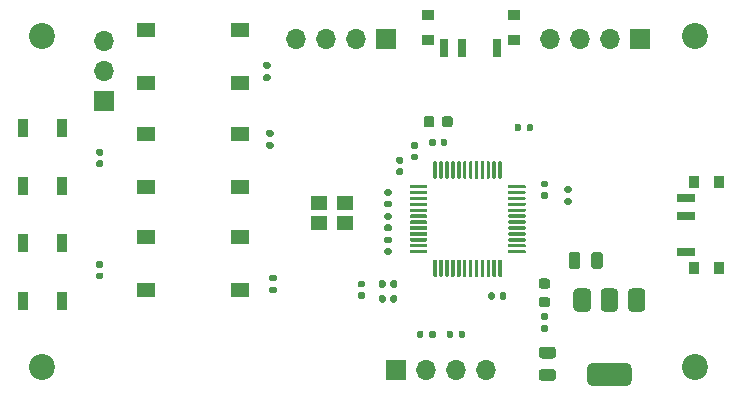
<source format=gbr>
%TF.GenerationSoftware,KiCad,Pcbnew,8.0.2-8.0.2-0~ubuntu22.04.1*%
%TF.CreationDate,2024-05-20T21:53:09+02:00*%
%TF.ProjectId,qclock,71636c6f-636b-42e6-9b69-6361645f7063,rev?*%
%TF.SameCoordinates,Original*%
%TF.FileFunction,Soldermask,Top*%
%TF.FilePolarity,Negative*%
%FSLAX46Y46*%
G04 Gerber Fmt 4.6, Leading zero omitted, Abs format (unit mm)*
G04 Created by KiCad (PCBNEW 8.0.2-8.0.2-0~ubuntu22.04.1) date 2024-05-20 21:53:09*
%MOMM*%
%LPD*%
G01*
G04 APERTURE LIST*
%ADD10R,1.498600X0.711200*%
%ADD11R,0.812800X0.990600*%
%ADD12C,2.200000*%
%ADD13R,1.700000X1.700000*%
%ADD14O,1.700000X1.700000*%
%ADD15R,0.711200X1.498600*%
%ADD16R,0.990600X0.812800*%
%ADD17R,1.550000X1.300000*%
%ADD18R,1.400000X1.200000*%
%ADD19R,0.900000X1.500000*%
G04 APERTURE END LIST*
D10*
%TO.C,J3*%
X170004600Y-90250003D03*
X170004600Y-87250000D03*
X170004600Y-85750000D03*
D11*
X170704601Y-91650000D03*
X170704601Y-84350000D03*
X172804599Y-91649980D03*
X172804599Y-84350020D03*
%TD*%
D12*
%TO.C,H2*%
X170750000Y-72000000D03*
%TD*%
%TO.C,U2*%
G36*
G01*
X165425000Y-93350000D02*
X166175000Y-93350000D01*
G75*
G02*
X166550000Y-93725000I0J-375000D01*
G01*
X166550000Y-94975000D01*
G75*
G02*
X166175000Y-95350000I-375000J0D01*
G01*
X165425000Y-95350000D01*
G75*
G02*
X165050000Y-94975000I0J375000D01*
G01*
X165050000Y-93725000D01*
G75*
G02*
X165425000Y-93350000I375000J0D01*
G01*
G37*
G36*
G01*
X163125000Y-93350000D02*
X163875000Y-93350000D01*
G75*
G02*
X164250000Y-93725000I0J-375000D01*
G01*
X164250000Y-94975000D01*
G75*
G02*
X163875000Y-95350000I-375000J0D01*
G01*
X163125000Y-95350000D01*
G75*
G02*
X162750000Y-94975000I0J375000D01*
G01*
X162750000Y-93725000D01*
G75*
G02*
X163125000Y-93350000I375000J0D01*
G01*
G37*
G36*
G01*
X162100000Y-99650000D02*
X164900000Y-99650000D01*
G75*
G02*
X165400000Y-100150000I0J-500000D01*
G01*
X165400000Y-101150000D01*
G75*
G02*
X164900000Y-101650000I-500000J0D01*
G01*
X162100000Y-101650000D01*
G75*
G02*
X161600000Y-101150000I0J500000D01*
G01*
X161600000Y-100150000D01*
G75*
G02*
X162100000Y-99650000I500000J0D01*
G01*
G37*
G36*
G01*
X160825000Y-93350000D02*
X161575000Y-93350000D01*
G75*
G02*
X161950000Y-93725000I0J-375000D01*
G01*
X161950000Y-94975000D01*
G75*
G02*
X161575000Y-95350000I-375000J0D01*
G01*
X160825000Y-95350000D01*
G75*
G02*
X160450000Y-94975000I0J375000D01*
G01*
X160450000Y-93725000D01*
G75*
G02*
X160825000Y-93350000I375000J0D01*
G01*
G37*
%TD*%
%TO.C,R1*%
G36*
G01*
X155470000Y-79935000D02*
X155470000Y-79565000D01*
G75*
G02*
X155605000Y-79430000I135000J0D01*
G01*
X155875000Y-79430000D01*
G75*
G02*
X156010000Y-79565000I0J-135000D01*
G01*
X156010000Y-79935000D01*
G75*
G02*
X155875000Y-80070000I-135000J0D01*
G01*
X155605000Y-80070000D01*
G75*
G02*
X155470000Y-79935000I0J135000D01*
G01*
G37*
G36*
G01*
X156490000Y-79935000D02*
X156490000Y-79565000D01*
G75*
G02*
X156625000Y-79430000I135000J0D01*
G01*
X156895000Y-79430000D01*
G75*
G02*
X157030000Y-79565000I0J-135000D01*
G01*
X157030000Y-79935000D01*
G75*
G02*
X156895000Y-80070000I-135000J0D01*
G01*
X156625000Y-80070000D01*
G75*
G02*
X156490000Y-79935000I0J135000D01*
G01*
G37*
%TD*%
%TO.C,C3*%
G36*
G01*
X145920000Y-83760000D02*
X145580000Y-83760000D01*
G75*
G02*
X145440000Y-83620000I0J140000D01*
G01*
X145440000Y-83340000D01*
G75*
G02*
X145580000Y-83200000I140000J0D01*
G01*
X145920000Y-83200000D01*
G75*
G02*
X146060000Y-83340000I0J-140000D01*
G01*
X146060000Y-83620000D01*
G75*
G02*
X145920000Y-83760000I-140000J0D01*
G01*
G37*
G36*
G01*
X145920000Y-82800000D02*
X145580000Y-82800000D01*
G75*
G02*
X145440000Y-82660000I0J140000D01*
G01*
X145440000Y-82380000D01*
G75*
G02*
X145580000Y-82240000I140000J0D01*
G01*
X145920000Y-82240000D01*
G75*
G02*
X146060000Y-82380000I0J-140000D01*
G01*
X146060000Y-82660000D01*
G75*
G02*
X145920000Y-82800000I-140000J0D01*
G01*
G37*
%TD*%
%TO.C,R5*%
G36*
G01*
X160185000Y-86280000D02*
X159815000Y-86280000D01*
G75*
G02*
X159680000Y-86145000I0J135000D01*
G01*
X159680000Y-85875000D01*
G75*
G02*
X159815000Y-85740000I135000J0D01*
G01*
X160185000Y-85740000D01*
G75*
G02*
X160320000Y-85875000I0J-135000D01*
G01*
X160320000Y-86145000D01*
G75*
G02*
X160185000Y-86280000I-135000J0D01*
G01*
G37*
G36*
G01*
X160185000Y-85260000D02*
X159815000Y-85260000D01*
G75*
G02*
X159680000Y-85125000I0J135000D01*
G01*
X159680000Y-84855000D01*
G75*
G02*
X159815000Y-84720000I135000J0D01*
G01*
X160185000Y-84720000D01*
G75*
G02*
X160320000Y-84855000I0J-135000D01*
G01*
X160320000Y-85125000D01*
G75*
G02*
X160185000Y-85260000I-135000J0D01*
G01*
G37*
%TD*%
%TO.C,C6*%
G36*
G01*
X144580000Y-86990000D02*
X144920000Y-86990000D01*
G75*
G02*
X145060000Y-87130000I0J-140000D01*
G01*
X145060000Y-87410000D01*
G75*
G02*
X144920000Y-87550000I-140000J0D01*
G01*
X144580000Y-87550000D01*
G75*
G02*
X144440000Y-87410000I0J140000D01*
G01*
X144440000Y-87130000D01*
G75*
G02*
X144580000Y-86990000I140000J0D01*
G01*
G37*
G36*
G01*
X144580000Y-87950000D02*
X144920000Y-87950000D01*
G75*
G02*
X145060000Y-88090000I0J-140000D01*
G01*
X145060000Y-88370000D01*
G75*
G02*
X144920000Y-88510000I-140000J0D01*
G01*
X144580000Y-88510000D01*
G75*
G02*
X144440000Y-88370000I0J140000D01*
G01*
X144440000Y-88090000D01*
G75*
G02*
X144580000Y-87950000I140000J0D01*
G01*
G37*
%TD*%
%TO.C,C1*%
G36*
G01*
X144920000Y-86490000D02*
X144580000Y-86490000D01*
G75*
G02*
X144440000Y-86350000I0J140000D01*
G01*
X144440000Y-86070000D01*
G75*
G02*
X144580000Y-85930000I140000J0D01*
G01*
X144920000Y-85930000D01*
G75*
G02*
X145060000Y-86070000I0J-140000D01*
G01*
X145060000Y-86350000D01*
G75*
G02*
X144920000Y-86490000I-140000J0D01*
G01*
G37*
G36*
G01*
X144920000Y-85530000D02*
X144580000Y-85530000D01*
G75*
G02*
X144440000Y-85390000I0J140000D01*
G01*
X144440000Y-85110000D01*
G75*
G02*
X144580000Y-84970000I140000J0D01*
G01*
X144920000Y-84970000D01*
G75*
G02*
X145060000Y-85110000I0J-140000D01*
G01*
X145060000Y-85390000D01*
G75*
G02*
X144920000Y-85530000I-140000J0D01*
G01*
G37*
%TD*%
%TO.C,R2*%
G36*
G01*
X135185000Y-93780000D02*
X134815000Y-93780000D01*
G75*
G02*
X134680000Y-93645000I0J135000D01*
G01*
X134680000Y-93375000D01*
G75*
G02*
X134815000Y-93240000I135000J0D01*
G01*
X135185000Y-93240000D01*
G75*
G02*
X135320000Y-93375000I0J-135000D01*
G01*
X135320000Y-93645000D01*
G75*
G02*
X135185000Y-93780000I-135000J0D01*
G01*
G37*
G36*
G01*
X135185000Y-92760000D02*
X134815000Y-92760000D01*
G75*
G02*
X134680000Y-92625000I0J135000D01*
G01*
X134680000Y-92355000D01*
G75*
G02*
X134815000Y-92220000I135000J0D01*
G01*
X135185000Y-92220000D01*
G75*
G02*
X135320000Y-92355000I0J-135000D01*
G01*
X135320000Y-92625000D01*
G75*
G02*
X135185000Y-92760000I-135000J0D01*
G01*
G37*
%TD*%
%TO.C,C14*%
G36*
G01*
X120180000Y-81560000D02*
X120520000Y-81560000D01*
G75*
G02*
X120660000Y-81700000I0J-140000D01*
G01*
X120660000Y-81980000D01*
G75*
G02*
X120520000Y-82120000I-140000J0D01*
G01*
X120180000Y-82120000D01*
G75*
G02*
X120040000Y-81980000I0J140000D01*
G01*
X120040000Y-81700000D01*
G75*
G02*
X120180000Y-81560000I140000J0D01*
G01*
G37*
G36*
G01*
X120180000Y-82520000D02*
X120520000Y-82520000D01*
G75*
G02*
X120660000Y-82660000I0J-140000D01*
G01*
X120660000Y-82940000D01*
G75*
G02*
X120520000Y-83080000I-140000J0D01*
G01*
X120180000Y-83080000D01*
G75*
G02*
X120040000Y-82940000I0J140000D01*
G01*
X120040000Y-82660000D01*
G75*
G02*
X120180000Y-82520000I140000J0D01*
G01*
G37*
%TD*%
D13*
%TO.C,J1*%
X144620000Y-72250000D03*
D14*
X142080000Y-72250000D03*
X139540000Y-72250000D03*
X137000000Y-72250000D03*
%TD*%
%TO.C,U1*%
G36*
G01*
X146600000Y-84825000D02*
X146600000Y-84675000D01*
G75*
G02*
X146675000Y-84600000I75000J0D01*
G01*
X148000000Y-84600000D01*
G75*
G02*
X148075000Y-84675000I0J-75000D01*
G01*
X148075000Y-84825000D01*
G75*
G02*
X148000000Y-84900000I-75000J0D01*
G01*
X146675000Y-84900000D01*
G75*
G02*
X146600000Y-84825000I0J75000D01*
G01*
G37*
G36*
G01*
X146600000Y-85325000D02*
X146600000Y-85175000D01*
G75*
G02*
X146675000Y-85100000I75000J0D01*
G01*
X148000000Y-85100000D01*
G75*
G02*
X148075000Y-85175000I0J-75000D01*
G01*
X148075000Y-85325000D01*
G75*
G02*
X148000000Y-85400000I-75000J0D01*
G01*
X146675000Y-85400000D01*
G75*
G02*
X146600000Y-85325000I0J75000D01*
G01*
G37*
G36*
G01*
X146600000Y-85825000D02*
X146600000Y-85675000D01*
G75*
G02*
X146675000Y-85600000I75000J0D01*
G01*
X148000000Y-85600000D01*
G75*
G02*
X148075000Y-85675000I0J-75000D01*
G01*
X148075000Y-85825000D01*
G75*
G02*
X148000000Y-85900000I-75000J0D01*
G01*
X146675000Y-85900000D01*
G75*
G02*
X146600000Y-85825000I0J75000D01*
G01*
G37*
G36*
G01*
X146600000Y-86325000D02*
X146600000Y-86175000D01*
G75*
G02*
X146675000Y-86100000I75000J0D01*
G01*
X148000000Y-86100000D01*
G75*
G02*
X148075000Y-86175000I0J-75000D01*
G01*
X148075000Y-86325000D01*
G75*
G02*
X148000000Y-86400000I-75000J0D01*
G01*
X146675000Y-86400000D01*
G75*
G02*
X146600000Y-86325000I0J75000D01*
G01*
G37*
G36*
G01*
X146600000Y-86825000D02*
X146600000Y-86675000D01*
G75*
G02*
X146675000Y-86600000I75000J0D01*
G01*
X148000000Y-86600000D01*
G75*
G02*
X148075000Y-86675000I0J-75000D01*
G01*
X148075000Y-86825000D01*
G75*
G02*
X148000000Y-86900000I-75000J0D01*
G01*
X146675000Y-86900000D01*
G75*
G02*
X146600000Y-86825000I0J75000D01*
G01*
G37*
G36*
G01*
X146600000Y-87325000D02*
X146600000Y-87175000D01*
G75*
G02*
X146675000Y-87100000I75000J0D01*
G01*
X148000000Y-87100000D01*
G75*
G02*
X148075000Y-87175000I0J-75000D01*
G01*
X148075000Y-87325000D01*
G75*
G02*
X148000000Y-87400000I-75000J0D01*
G01*
X146675000Y-87400000D01*
G75*
G02*
X146600000Y-87325000I0J75000D01*
G01*
G37*
G36*
G01*
X146600000Y-87825000D02*
X146600000Y-87675000D01*
G75*
G02*
X146675000Y-87600000I75000J0D01*
G01*
X148000000Y-87600000D01*
G75*
G02*
X148075000Y-87675000I0J-75000D01*
G01*
X148075000Y-87825000D01*
G75*
G02*
X148000000Y-87900000I-75000J0D01*
G01*
X146675000Y-87900000D01*
G75*
G02*
X146600000Y-87825000I0J75000D01*
G01*
G37*
G36*
G01*
X146600000Y-88325000D02*
X146600000Y-88175000D01*
G75*
G02*
X146675000Y-88100000I75000J0D01*
G01*
X148000000Y-88100000D01*
G75*
G02*
X148075000Y-88175000I0J-75000D01*
G01*
X148075000Y-88325000D01*
G75*
G02*
X148000000Y-88400000I-75000J0D01*
G01*
X146675000Y-88400000D01*
G75*
G02*
X146600000Y-88325000I0J75000D01*
G01*
G37*
G36*
G01*
X146600000Y-88825000D02*
X146600000Y-88675000D01*
G75*
G02*
X146675000Y-88600000I75000J0D01*
G01*
X148000000Y-88600000D01*
G75*
G02*
X148075000Y-88675000I0J-75000D01*
G01*
X148075000Y-88825000D01*
G75*
G02*
X148000000Y-88900000I-75000J0D01*
G01*
X146675000Y-88900000D01*
G75*
G02*
X146600000Y-88825000I0J75000D01*
G01*
G37*
G36*
G01*
X146600000Y-89325000D02*
X146600000Y-89175000D01*
G75*
G02*
X146675000Y-89100000I75000J0D01*
G01*
X148000000Y-89100000D01*
G75*
G02*
X148075000Y-89175000I0J-75000D01*
G01*
X148075000Y-89325000D01*
G75*
G02*
X148000000Y-89400000I-75000J0D01*
G01*
X146675000Y-89400000D01*
G75*
G02*
X146600000Y-89325000I0J75000D01*
G01*
G37*
G36*
G01*
X146600000Y-89825000D02*
X146600000Y-89675000D01*
G75*
G02*
X146675000Y-89600000I75000J0D01*
G01*
X148000000Y-89600000D01*
G75*
G02*
X148075000Y-89675000I0J-75000D01*
G01*
X148075000Y-89825000D01*
G75*
G02*
X148000000Y-89900000I-75000J0D01*
G01*
X146675000Y-89900000D01*
G75*
G02*
X146600000Y-89825000I0J75000D01*
G01*
G37*
G36*
G01*
X146600000Y-90325000D02*
X146600000Y-90175000D01*
G75*
G02*
X146675000Y-90100000I75000J0D01*
G01*
X148000000Y-90100000D01*
G75*
G02*
X148075000Y-90175000I0J-75000D01*
G01*
X148075000Y-90325000D01*
G75*
G02*
X148000000Y-90400000I-75000J0D01*
G01*
X146675000Y-90400000D01*
G75*
G02*
X146600000Y-90325000I0J75000D01*
G01*
G37*
G36*
G01*
X148600000Y-92325000D02*
X148600000Y-91000000D01*
G75*
G02*
X148675000Y-90925000I75000J0D01*
G01*
X148825000Y-90925000D01*
G75*
G02*
X148900000Y-91000000I0J-75000D01*
G01*
X148900000Y-92325000D01*
G75*
G02*
X148825000Y-92400000I-75000J0D01*
G01*
X148675000Y-92400000D01*
G75*
G02*
X148600000Y-92325000I0J75000D01*
G01*
G37*
G36*
G01*
X149100000Y-92325000D02*
X149100000Y-91000000D01*
G75*
G02*
X149175000Y-90925000I75000J0D01*
G01*
X149325000Y-90925000D01*
G75*
G02*
X149400000Y-91000000I0J-75000D01*
G01*
X149400000Y-92325000D01*
G75*
G02*
X149325000Y-92400000I-75000J0D01*
G01*
X149175000Y-92400000D01*
G75*
G02*
X149100000Y-92325000I0J75000D01*
G01*
G37*
G36*
G01*
X149600000Y-92325000D02*
X149600000Y-91000000D01*
G75*
G02*
X149675000Y-90925000I75000J0D01*
G01*
X149825000Y-90925000D01*
G75*
G02*
X149900000Y-91000000I0J-75000D01*
G01*
X149900000Y-92325000D01*
G75*
G02*
X149825000Y-92400000I-75000J0D01*
G01*
X149675000Y-92400000D01*
G75*
G02*
X149600000Y-92325000I0J75000D01*
G01*
G37*
G36*
G01*
X150100000Y-92325000D02*
X150100000Y-91000000D01*
G75*
G02*
X150175000Y-90925000I75000J0D01*
G01*
X150325000Y-90925000D01*
G75*
G02*
X150400000Y-91000000I0J-75000D01*
G01*
X150400000Y-92325000D01*
G75*
G02*
X150325000Y-92400000I-75000J0D01*
G01*
X150175000Y-92400000D01*
G75*
G02*
X150100000Y-92325000I0J75000D01*
G01*
G37*
G36*
G01*
X150600000Y-92325000D02*
X150600000Y-91000000D01*
G75*
G02*
X150675000Y-90925000I75000J0D01*
G01*
X150825000Y-90925000D01*
G75*
G02*
X150900000Y-91000000I0J-75000D01*
G01*
X150900000Y-92325000D01*
G75*
G02*
X150825000Y-92400000I-75000J0D01*
G01*
X150675000Y-92400000D01*
G75*
G02*
X150600000Y-92325000I0J75000D01*
G01*
G37*
G36*
G01*
X151100000Y-92325000D02*
X151100000Y-91000000D01*
G75*
G02*
X151175000Y-90925000I75000J0D01*
G01*
X151325000Y-90925000D01*
G75*
G02*
X151400000Y-91000000I0J-75000D01*
G01*
X151400000Y-92325000D01*
G75*
G02*
X151325000Y-92400000I-75000J0D01*
G01*
X151175000Y-92400000D01*
G75*
G02*
X151100000Y-92325000I0J75000D01*
G01*
G37*
G36*
G01*
X151600000Y-92325000D02*
X151600000Y-91000000D01*
G75*
G02*
X151675000Y-90925000I75000J0D01*
G01*
X151825000Y-90925000D01*
G75*
G02*
X151900000Y-91000000I0J-75000D01*
G01*
X151900000Y-92325000D01*
G75*
G02*
X151825000Y-92400000I-75000J0D01*
G01*
X151675000Y-92400000D01*
G75*
G02*
X151600000Y-92325000I0J75000D01*
G01*
G37*
G36*
G01*
X152100000Y-92325000D02*
X152100000Y-91000000D01*
G75*
G02*
X152175000Y-90925000I75000J0D01*
G01*
X152325000Y-90925000D01*
G75*
G02*
X152400000Y-91000000I0J-75000D01*
G01*
X152400000Y-92325000D01*
G75*
G02*
X152325000Y-92400000I-75000J0D01*
G01*
X152175000Y-92400000D01*
G75*
G02*
X152100000Y-92325000I0J75000D01*
G01*
G37*
G36*
G01*
X152600000Y-92325000D02*
X152600000Y-91000000D01*
G75*
G02*
X152675000Y-90925000I75000J0D01*
G01*
X152825000Y-90925000D01*
G75*
G02*
X152900000Y-91000000I0J-75000D01*
G01*
X152900000Y-92325000D01*
G75*
G02*
X152825000Y-92400000I-75000J0D01*
G01*
X152675000Y-92400000D01*
G75*
G02*
X152600000Y-92325000I0J75000D01*
G01*
G37*
G36*
G01*
X153100000Y-92325000D02*
X153100000Y-91000000D01*
G75*
G02*
X153175000Y-90925000I75000J0D01*
G01*
X153325000Y-90925000D01*
G75*
G02*
X153400000Y-91000000I0J-75000D01*
G01*
X153400000Y-92325000D01*
G75*
G02*
X153325000Y-92400000I-75000J0D01*
G01*
X153175000Y-92400000D01*
G75*
G02*
X153100000Y-92325000I0J75000D01*
G01*
G37*
G36*
G01*
X153600000Y-92325000D02*
X153600000Y-91000000D01*
G75*
G02*
X153675000Y-90925000I75000J0D01*
G01*
X153825000Y-90925000D01*
G75*
G02*
X153900000Y-91000000I0J-75000D01*
G01*
X153900000Y-92325000D01*
G75*
G02*
X153825000Y-92400000I-75000J0D01*
G01*
X153675000Y-92400000D01*
G75*
G02*
X153600000Y-92325000I0J75000D01*
G01*
G37*
G36*
G01*
X154100000Y-92325000D02*
X154100000Y-91000000D01*
G75*
G02*
X154175000Y-90925000I75000J0D01*
G01*
X154325000Y-90925000D01*
G75*
G02*
X154400000Y-91000000I0J-75000D01*
G01*
X154400000Y-92325000D01*
G75*
G02*
X154325000Y-92400000I-75000J0D01*
G01*
X154175000Y-92400000D01*
G75*
G02*
X154100000Y-92325000I0J75000D01*
G01*
G37*
G36*
G01*
X154925000Y-90325000D02*
X154925000Y-90175000D01*
G75*
G02*
X155000000Y-90100000I75000J0D01*
G01*
X156325000Y-90100000D01*
G75*
G02*
X156400000Y-90175000I0J-75000D01*
G01*
X156400000Y-90325000D01*
G75*
G02*
X156325000Y-90400000I-75000J0D01*
G01*
X155000000Y-90400000D01*
G75*
G02*
X154925000Y-90325000I0J75000D01*
G01*
G37*
G36*
G01*
X154925000Y-89825000D02*
X154925000Y-89675000D01*
G75*
G02*
X155000000Y-89600000I75000J0D01*
G01*
X156325000Y-89600000D01*
G75*
G02*
X156400000Y-89675000I0J-75000D01*
G01*
X156400000Y-89825000D01*
G75*
G02*
X156325000Y-89900000I-75000J0D01*
G01*
X155000000Y-89900000D01*
G75*
G02*
X154925000Y-89825000I0J75000D01*
G01*
G37*
G36*
G01*
X154925000Y-89325000D02*
X154925000Y-89175000D01*
G75*
G02*
X155000000Y-89100000I75000J0D01*
G01*
X156325000Y-89100000D01*
G75*
G02*
X156400000Y-89175000I0J-75000D01*
G01*
X156400000Y-89325000D01*
G75*
G02*
X156325000Y-89400000I-75000J0D01*
G01*
X155000000Y-89400000D01*
G75*
G02*
X154925000Y-89325000I0J75000D01*
G01*
G37*
G36*
G01*
X154925000Y-88825000D02*
X154925000Y-88675000D01*
G75*
G02*
X155000000Y-88600000I75000J0D01*
G01*
X156325000Y-88600000D01*
G75*
G02*
X156400000Y-88675000I0J-75000D01*
G01*
X156400000Y-88825000D01*
G75*
G02*
X156325000Y-88900000I-75000J0D01*
G01*
X155000000Y-88900000D01*
G75*
G02*
X154925000Y-88825000I0J75000D01*
G01*
G37*
G36*
G01*
X154925000Y-88325000D02*
X154925000Y-88175000D01*
G75*
G02*
X155000000Y-88100000I75000J0D01*
G01*
X156325000Y-88100000D01*
G75*
G02*
X156400000Y-88175000I0J-75000D01*
G01*
X156400000Y-88325000D01*
G75*
G02*
X156325000Y-88400000I-75000J0D01*
G01*
X155000000Y-88400000D01*
G75*
G02*
X154925000Y-88325000I0J75000D01*
G01*
G37*
G36*
G01*
X154925000Y-87825000D02*
X154925000Y-87675000D01*
G75*
G02*
X155000000Y-87600000I75000J0D01*
G01*
X156325000Y-87600000D01*
G75*
G02*
X156400000Y-87675000I0J-75000D01*
G01*
X156400000Y-87825000D01*
G75*
G02*
X156325000Y-87900000I-75000J0D01*
G01*
X155000000Y-87900000D01*
G75*
G02*
X154925000Y-87825000I0J75000D01*
G01*
G37*
G36*
G01*
X154925000Y-87325000D02*
X154925000Y-87175000D01*
G75*
G02*
X155000000Y-87100000I75000J0D01*
G01*
X156325000Y-87100000D01*
G75*
G02*
X156400000Y-87175000I0J-75000D01*
G01*
X156400000Y-87325000D01*
G75*
G02*
X156325000Y-87400000I-75000J0D01*
G01*
X155000000Y-87400000D01*
G75*
G02*
X154925000Y-87325000I0J75000D01*
G01*
G37*
G36*
G01*
X154925000Y-86825000D02*
X154925000Y-86675000D01*
G75*
G02*
X155000000Y-86600000I75000J0D01*
G01*
X156325000Y-86600000D01*
G75*
G02*
X156400000Y-86675000I0J-75000D01*
G01*
X156400000Y-86825000D01*
G75*
G02*
X156325000Y-86900000I-75000J0D01*
G01*
X155000000Y-86900000D01*
G75*
G02*
X154925000Y-86825000I0J75000D01*
G01*
G37*
G36*
G01*
X154925000Y-86325000D02*
X154925000Y-86175000D01*
G75*
G02*
X155000000Y-86100000I75000J0D01*
G01*
X156325000Y-86100000D01*
G75*
G02*
X156400000Y-86175000I0J-75000D01*
G01*
X156400000Y-86325000D01*
G75*
G02*
X156325000Y-86400000I-75000J0D01*
G01*
X155000000Y-86400000D01*
G75*
G02*
X154925000Y-86325000I0J75000D01*
G01*
G37*
G36*
G01*
X154925000Y-85825000D02*
X154925000Y-85675000D01*
G75*
G02*
X155000000Y-85600000I75000J0D01*
G01*
X156325000Y-85600000D01*
G75*
G02*
X156400000Y-85675000I0J-75000D01*
G01*
X156400000Y-85825000D01*
G75*
G02*
X156325000Y-85900000I-75000J0D01*
G01*
X155000000Y-85900000D01*
G75*
G02*
X154925000Y-85825000I0J75000D01*
G01*
G37*
G36*
G01*
X154925000Y-85325000D02*
X154925000Y-85175000D01*
G75*
G02*
X155000000Y-85100000I75000J0D01*
G01*
X156325000Y-85100000D01*
G75*
G02*
X156400000Y-85175000I0J-75000D01*
G01*
X156400000Y-85325000D01*
G75*
G02*
X156325000Y-85400000I-75000J0D01*
G01*
X155000000Y-85400000D01*
G75*
G02*
X154925000Y-85325000I0J75000D01*
G01*
G37*
G36*
G01*
X154925000Y-84825000D02*
X154925000Y-84675000D01*
G75*
G02*
X155000000Y-84600000I75000J0D01*
G01*
X156325000Y-84600000D01*
G75*
G02*
X156400000Y-84675000I0J-75000D01*
G01*
X156400000Y-84825000D01*
G75*
G02*
X156325000Y-84900000I-75000J0D01*
G01*
X155000000Y-84900000D01*
G75*
G02*
X154925000Y-84825000I0J75000D01*
G01*
G37*
G36*
G01*
X154100000Y-84000000D02*
X154100000Y-82675000D01*
G75*
G02*
X154175000Y-82600000I75000J0D01*
G01*
X154325000Y-82600000D01*
G75*
G02*
X154400000Y-82675000I0J-75000D01*
G01*
X154400000Y-84000000D01*
G75*
G02*
X154325000Y-84075000I-75000J0D01*
G01*
X154175000Y-84075000D01*
G75*
G02*
X154100000Y-84000000I0J75000D01*
G01*
G37*
G36*
G01*
X153600000Y-84000000D02*
X153600000Y-82675000D01*
G75*
G02*
X153675000Y-82600000I75000J0D01*
G01*
X153825000Y-82600000D01*
G75*
G02*
X153900000Y-82675000I0J-75000D01*
G01*
X153900000Y-84000000D01*
G75*
G02*
X153825000Y-84075000I-75000J0D01*
G01*
X153675000Y-84075000D01*
G75*
G02*
X153600000Y-84000000I0J75000D01*
G01*
G37*
G36*
G01*
X153100000Y-84000000D02*
X153100000Y-82675000D01*
G75*
G02*
X153175000Y-82600000I75000J0D01*
G01*
X153325000Y-82600000D01*
G75*
G02*
X153400000Y-82675000I0J-75000D01*
G01*
X153400000Y-84000000D01*
G75*
G02*
X153325000Y-84075000I-75000J0D01*
G01*
X153175000Y-84075000D01*
G75*
G02*
X153100000Y-84000000I0J75000D01*
G01*
G37*
G36*
G01*
X152600000Y-84000000D02*
X152600000Y-82675000D01*
G75*
G02*
X152675000Y-82600000I75000J0D01*
G01*
X152825000Y-82600000D01*
G75*
G02*
X152900000Y-82675000I0J-75000D01*
G01*
X152900000Y-84000000D01*
G75*
G02*
X152825000Y-84075000I-75000J0D01*
G01*
X152675000Y-84075000D01*
G75*
G02*
X152600000Y-84000000I0J75000D01*
G01*
G37*
G36*
G01*
X152100000Y-84000000D02*
X152100000Y-82675000D01*
G75*
G02*
X152175000Y-82600000I75000J0D01*
G01*
X152325000Y-82600000D01*
G75*
G02*
X152400000Y-82675000I0J-75000D01*
G01*
X152400000Y-84000000D01*
G75*
G02*
X152325000Y-84075000I-75000J0D01*
G01*
X152175000Y-84075000D01*
G75*
G02*
X152100000Y-84000000I0J75000D01*
G01*
G37*
G36*
G01*
X151600000Y-84000000D02*
X151600000Y-82675000D01*
G75*
G02*
X151675000Y-82600000I75000J0D01*
G01*
X151825000Y-82600000D01*
G75*
G02*
X151900000Y-82675000I0J-75000D01*
G01*
X151900000Y-84000000D01*
G75*
G02*
X151825000Y-84075000I-75000J0D01*
G01*
X151675000Y-84075000D01*
G75*
G02*
X151600000Y-84000000I0J75000D01*
G01*
G37*
G36*
G01*
X151100000Y-84000000D02*
X151100000Y-82675000D01*
G75*
G02*
X151175000Y-82600000I75000J0D01*
G01*
X151325000Y-82600000D01*
G75*
G02*
X151400000Y-82675000I0J-75000D01*
G01*
X151400000Y-84000000D01*
G75*
G02*
X151325000Y-84075000I-75000J0D01*
G01*
X151175000Y-84075000D01*
G75*
G02*
X151100000Y-84000000I0J75000D01*
G01*
G37*
G36*
G01*
X150600000Y-84000000D02*
X150600000Y-82675000D01*
G75*
G02*
X150675000Y-82600000I75000J0D01*
G01*
X150825000Y-82600000D01*
G75*
G02*
X150900000Y-82675000I0J-75000D01*
G01*
X150900000Y-84000000D01*
G75*
G02*
X150825000Y-84075000I-75000J0D01*
G01*
X150675000Y-84075000D01*
G75*
G02*
X150600000Y-84000000I0J75000D01*
G01*
G37*
G36*
G01*
X150100000Y-84000000D02*
X150100000Y-82675000D01*
G75*
G02*
X150175000Y-82600000I75000J0D01*
G01*
X150325000Y-82600000D01*
G75*
G02*
X150400000Y-82675000I0J-75000D01*
G01*
X150400000Y-84000000D01*
G75*
G02*
X150325000Y-84075000I-75000J0D01*
G01*
X150175000Y-84075000D01*
G75*
G02*
X150100000Y-84000000I0J75000D01*
G01*
G37*
G36*
G01*
X149600000Y-84000000D02*
X149600000Y-82675000D01*
G75*
G02*
X149675000Y-82600000I75000J0D01*
G01*
X149825000Y-82600000D01*
G75*
G02*
X149900000Y-82675000I0J-75000D01*
G01*
X149900000Y-84000000D01*
G75*
G02*
X149825000Y-84075000I-75000J0D01*
G01*
X149675000Y-84075000D01*
G75*
G02*
X149600000Y-84000000I0J75000D01*
G01*
G37*
G36*
G01*
X149100000Y-84000000D02*
X149100000Y-82675000D01*
G75*
G02*
X149175000Y-82600000I75000J0D01*
G01*
X149325000Y-82600000D01*
G75*
G02*
X149400000Y-82675000I0J-75000D01*
G01*
X149400000Y-84000000D01*
G75*
G02*
X149325000Y-84075000I-75000J0D01*
G01*
X149175000Y-84075000D01*
G75*
G02*
X149100000Y-84000000I0J75000D01*
G01*
G37*
G36*
G01*
X148600000Y-84000000D02*
X148600000Y-82675000D01*
G75*
G02*
X148675000Y-82600000I75000J0D01*
G01*
X148825000Y-82600000D01*
G75*
G02*
X148900000Y-82675000I0J-75000D01*
G01*
X148900000Y-84000000D01*
G75*
G02*
X148825000Y-84075000I-75000J0D01*
G01*
X148675000Y-84075000D01*
G75*
G02*
X148600000Y-84000000I0J75000D01*
G01*
G37*
%TD*%
%TO.C,C7*%
G36*
G01*
X154760000Y-93830000D02*
X154760000Y-94170000D01*
G75*
G02*
X154620000Y-94310000I-140000J0D01*
G01*
X154340000Y-94310000D01*
G75*
G02*
X154200000Y-94170000I0J140000D01*
G01*
X154200000Y-93830000D01*
G75*
G02*
X154340000Y-93690000I140000J0D01*
G01*
X154620000Y-93690000D01*
G75*
G02*
X154760000Y-93830000I0J-140000D01*
G01*
G37*
G36*
G01*
X153800000Y-93830000D02*
X153800000Y-94170000D01*
G75*
G02*
X153660000Y-94310000I-140000J0D01*
G01*
X153380000Y-94310000D01*
G75*
G02*
X153240000Y-94170000I0J140000D01*
G01*
X153240000Y-93830000D01*
G75*
G02*
X153380000Y-93690000I140000J0D01*
G01*
X153660000Y-93690000D01*
G75*
G02*
X153800000Y-93830000I0J-140000D01*
G01*
G37*
%TD*%
%TO.C,R7*%
G36*
G01*
X147220000Y-97435000D02*
X147220000Y-97065000D01*
G75*
G02*
X147355000Y-96930000I135000J0D01*
G01*
X147625000Y-96930000D01*
G75*
G02*
X147760000Y-97065000I0J-135000D01*
G01*
X147760000Y-97435000D01*
G75*
G02*
X147625000Y-97570000I-135000J0D01*
G01*
X147355000Y-97570000D01*
G75*
G02*
X147220000Y-97435000I0J135000D01*
G01*
G37*
G36*
G01*
X148240000Y-97435000D02*
X148240000Y-97065000D01*
G75*
G02*
X148375000Y-96930000I135000J0D01*
G01*
X148645000Y-96930000D01*
G75*
G02*
X148780000Y-97065000I0J-135000D01*
G01*
X148780000Y-97435000D01*
G75*
G02*
X148645000Y-97570000I-135000J0D01*
G01*
X148375000Y-97570000D01*
G75*
G02*
X148240000Y-97435000I0J135000D01*
G01*
G37*
%TD*%
D15*
%TO.C,SW1*%
X154000003Y-72995400D03*
X151000000Y-72995400D03*
X149500000Y-72995400D03*
D16*
X155400000Y-72295399D03*
X148100000Y-72295399D03*
X155399980Y-70195401D03*
X148100020Y-70195401D03*
%TD*%
D12*
%TO.C,H4*%
X115500000Y-100000000D03*
%TD*%
%TO.C,C9*%
G36*
G01*
X144920000Y-90510000D02*
X144580000Y-90510000D01*
G75*
G02*
X144440000Y-90370000I0J140000D01*
G01*
X144440000Y-90090000D01*
G75*
G02*
X144580000Y-89950000I140000J0D01*
G01*
X144920000Y-89950000D01*
G75*
G02*
X145060000Y-90090000I0J-140000D01*
G01*
X145060000Y-90370000D01*
G75*
G02*
X144920000Y-90510000I-140000J0D01*
G01*
G37*
G36*
G01*
X144920000Y-89550000D02*
X144580000Y-89550000D01*
G75*
G02*
X144440000Y-89410000I0J140000D01*
G01*
X144440000Y-89130000D01*
G75*
G02*
X144580000Y-88990000I140000J0D01*
G01*
X144920000Y-88990000D01*
G75*
G02*
X145060000Y-89130000I0J-140000D01*
G01*
X145060000Y-89410000D01*
G75*
G02*
X144920000Y-89550000I-140000J0D01*
G01*
G37*
%TD*%
%TO.C,R4*%
G36*
G01*
X134315000Y-74220000D02*
X134685000Y-74220000D01*
G75*
G02*
X134820000Y-74355000I0J-135000D01*
G01*
X134820000Y-74625000D01*
G75*
G02*
X134685000Y-74760000I-135000J0D01*
G01*
X134315000Y-74760000D01*
G75*
G02*
X134180000Y-74625000I0J135000D01*
G01*
X134180000Y-74355000D01*
G75*
G02*
X134315000Y-74220000I135000J0D01*
G01*
G37*
G36*
G01*
X134315000Y-75240000D02*
X134685000Y-75240000D01*
G75*
G02*
X134820000Y-75375000I0J-135000D01*
G01*
X134820000Y-75645000D01*
G75*
G02*
X134685000Y-75780000I-135000J0D01*
G01*
X134315000Y-75780000D01*
G75*
G02*
X134180000Y-75645000I0J135000D01*
G01*
X134180000Y-75375000D01*
G75*
G02*
X134315000Y-75240000I135000J0D01*
G01*
G37*
%TD*%
D13*
%TO.C,J5*%
X120750000Y-77500000D03*
D14*
X120750000Y-74960000D03*
X120750000Y-72420000D03*
%TD*%
%TO.C,D1*%
G36*
G01*
X158256250Y-94975000D02*
X157743750Y-94975000D01*
G75*
G02*
X157525000Y-94756250I0J218750D01*
G01*
X157525000Y-94318750D01*
G75*
G02*
X157743750Y-94100000I218750J0D01*
G01*
X158256250Y-94100000D01*
G75*
G02*
X158475000Y-94318750I0J-218750D01*
G01*
X158475000Y-94756250D01*
G75*
G02*
X158256250Y-94975000I-218750J0D01*
G01*
G37*
G36*
G01*
X158256250Y-93400000D02*
X157743750Y-93400000D01*
G75*
G02*
X157525000Y-93181250I0J218750D01*
G01*
X157525000Y-92743750D01*
G75*
G02*
X157743750Y-92525000I218750J0D01*
G01*
X158256250Y-92525000D01*
G75*
G02*
X158475000Y-92743750I0J-218750D01*
G01*
X158475000Y-93181250D01*
G75*
G02*
X158256250Y-93400000I-218750J0D01*
G01*
G37*
%TD*%
D17*
%TO.C,SW4*%
X124275000Y-71500000D03*
X132225000Y-71500000D03*
X124275000Y-76000000D03*
X132225000Y-76000000D03*
%TD*%
D12*
%TO.C,H3*%
X115500000Y-72000000D03*
%TD*%
%TO.C,H1*%
X170750000Y-100000000D03*
%TD*%
D18*
%TO.C,Y1*%
X141100000Y-86150000D03*
X138900000Y-86150000D03*
X138900000Y-87850000D03*
X141100000Y-87850000D03*
%TD*%
%TO.C,C10*%
G36*
G01*
X142330000Y-92720000D02*
X142670000Y-92720000D01*
G75*
G02*
X142810000Y-92860000I0J-140000D01*
G01*
X142810000Y-93140000D01*
G75*
G02*
X142670000Y-93280000I-140000J0D01*
G01*
X142330000Y-93280000D01*
G75*
G02*
X142190000Y-93140000I0J140000D01*
G01*
X142190000Y-92860000D01*
G75*
G02*
X142330000Y-92720000I140000J0D01*
G01*
G37*
G36*
G01*
X142330000Y-93680000D02*
X142670000Y-93680000D01*
G75*
G02*
X142810000Y-93820000I0J-140000D01*
G01*
X142810000Y-94100000D01*
G75*
G02*
X142670000Y-94240000I-140000J0D01*
G01*
X142330000Y-94240000D01*
G75*
G02*
X142190000Y-94100000I0J140000D01*
G01*
X142190000Y-93820000D01*
G75*
G02*
X142330000Y-93680000I140000J0D01*
G01*
G37*
%TD*%
D17*
%TO.C,SW2*%
X124275000Y-89000000D03*
X132225000Y-89000000D03*
X124275000Y-93500000D03*
X132225000Y-93500000D03*
%TD*%
%TO.C,C11*%
G36*
G01*
X145510000Y-94080000D02*
X145510000Y-94420000D01*
G75*
G02*
X145370000Y-94560000I-140000J0D01*
G01*
X145090000Y-94560000D01*
G75*
G02*
X144950000Y-94420000I0J140000D01*
G01*
X144950000Y-94080000D01*
G75*
G02*
X145090000Y-93940000I140000J0D01*
G01*
X145370000Y-93940000D01*
G75*
G02*
X145510000Y-94080000I0J-140000D01*
G01*
G37*
G36*
G01*
X144550000Y-94080000D02*
X144550000Y-94420000D01*
G75*
G02*
X144410000Y-94560000I-140000J0D01*
G01*
X144130000Y-94560000D01*
G75*
G02*
X143990000Y-94420000I0J140000D01*
G01*
X143990000Y-94080000D01*
G75*
G02*
X144130000Y-93940000I140000J0D01*
G01*
X144410000Y-93940000D01*
G75*
G02*
X144550000Y-94080000I0J-140000D01*
G01*
G37*
%TD*%
%TO.C,SW3*%
X124275000Y-80250000D03*
X132225000Y-80250000D03*
X124275000Y-84750000D03*
X132225000Y-84750000D03*
%TD*%
%TO.C,C16*%
G36*
G01*
X120180000Y-91060000D02*
X120520000Y-91060000D01*
G75*
G02*
X120660000Y-91200000I0J-140000D01*
G01*
X120660000Y-91480000D01*
G75*
G02*
X120520000Y-91620000I-140000J0D01*
G01*
X120180000Y-91620000D01*
G75*
G02*
X120040000Y-91480000I0J140000D01*
G01*
X120040000Y-91200000D01*
G75*
G02*
X120180000Y-91060000I140000J0D01*
G01*
G37*
G36*
G01*
X120180000Y-92020000D02*
X120520000Y-92020000D01*
G75*
G02*
X120660000Y-92160000I0J-140000D01*
G01*
X120660000Y-92440000D01*
G75*
G02*
X120520000Y-92580000I-140000J0D01*
G01*
X120180000Y-92580000D01*
G75*
G02*
X120040000Y-92440000I0J140000D01*
G01*
X120040000Y-92160000D01*
G75*
G02*
X120180000Y-92020000I140000J0D01*
G01*
G37*
%TD*%
%TO.C,FB1*%
G36*
G01*
X145530000Y-92827500D02*
X145530000Y-93172500D01*
G75*
G02*
X145382500Y-93320000I-147500J0D01*
G01*
X145087500Y-93320000D01*
G75*
G02*
X144940000Y-93172500I0J147500D01*
G01*
X144940000Y-92827500D01*
G75*
G02*
X145087500Y-92680000I147500J0D01*
G01*
X145382500Y-92680000D01*
G75*
G02*
X145530000Y-92827500I0J-147500D01*
G01*
G37*
G36*
G01*
X144560000Y-92827500D02*
X144560000Y-93172500D01*
G75*
G02*
X144412500Y-93320000I-147500J0D01*
G01*
X144117500Y-93320000D01*
G75*
G02*
X143970000Y-93172500I0J147500D01*
G01*
X143970000Y-92827500D01*
G75*
G02*
X144117500Y-92680000I147500J0D01*
G01*
X144412500Y-92680000D01*
G75*
G02*
X144560000Y-92827500I0J-147500D01*
G01*
G37*
%TD*%
%TO.C,C4*%
G36*
G01*
X157830000Y-84240000D02*
X158170000Y-84240000D01*
G75*
G02*
X158310000Y-84380000I0J-140000D01*
G01*
X158310000Y-84660000D01*
G75*
G02*
X158170000Y-84800000I-140000J0D01*
G01*
X157830000Y-84800000D01*
G75*
G02*
X157690000Y-84660000I0J140000D01*
G01*
X157690000Y-84380000D01*
G75*
G02*
X157830000Y-84240000I140000J0D01*
G01*
G37*
G36*
G01*
X157830000Y-85200000D02*
X158170000Y-85200000D01*
G75*
G02*
X158310000Y-85340000I0J-140000D01*
G01*
X158310000Y-85620000D01*
G75*
G02*
X158170000Y-85760000I-140000J0D01*
G01*
X157830000Y-85760000D01*
G75*
G02*
X157690000Y-85620000I0J140000D01*
G01*
X157690000Y-85340000D01*
G75*
G02*
X157830000Y-85200000I140000J0D01*
G01*
G37*
%TD*%
%TO.C,C2*%
G36*
G01*
X147775000Y-79500000D02*
X147775000Y-79000000D01*
G75*
G02*
X148000000Y-78775000I225000J0D01*
G01*
X148450000Y-78775000D01*
G75*
G02*
X148675000Y-79000000I0J-225000D01*
G01*
X148675000Y-79500000D01*
G75*
G02*
X148450000Y-79725000I-225000J0D01*
G01*
X148000000Y-79725000D01*
G75*
G02*
X147775000Y-79500000I0J225000D01*
G01*
G37*
G36*
G01*
X149325000Y-79500000D02*
X149325000Y-79000000D01*
G75*
G02*
X149550000Y-78775000I225000J0D01*
G01*
X150000000Y-78775000D01*
G75*
G02*
X150225000Y-79000000I0J-225000D01*
G01*
X150225000Y-79500000D01*
G75*
G02*
X150000000Y-79725000I-225000J0D01*
G01*
X149550000Y-79725000D01*
G75*
G02*
X149325000Y-79500000I0J225000D01*
G01*
G37*
%TD*%
D13*
%TO.C,J4*%
X145460000Y-100250000D03*
D14*
X148000000Y-100250000D03*
X150540000Y-100250000D03*
X153080000Y-100250000D03*
%TD*%
%TO.C,R3*%
G36*
G01*
X134565000Y-79970000D02*
X134935000Y-79970000D01*
G75*
G02*
X135070000Y-80105000I0J-135000D01*
G01*
X135070000Y-80375000D01*
G75*
G02*
X134935000Y-80510000I-135000J0D01*
G01*
X134565000Y-80510000D01*
G75*
G02*
X134430000Y-80375000I0J135000D01*
G01*
X134430000Y-80105000D01*
G75*
G02*
X134565000Y-79970000I135000J0D01*
G01*
G37*
G36*
G01*
X134565000Y-80990000D02*
X134935000Y-80990000D01*
G75*
G02*
X135070000Y-81125000I0J-135000D01*
G01*
X135070000Y-81395000D01*
G75*
G02*
X134935000Y-81530000I-135000J0D01*
G01*
X134565000Y-81530000D01*
G75*
G02*
X134430000Y-81395000I0J135000D01*
G01*
X134430000Y-81125000D01*
G75*
G02*
X134565000Y-80990000I135000J0D01*
G01*
G37*
%TD*%
%TO.C,C12*%
G36*
G01*
X162950000Y-90525000D02*
X162950000Y-91475000D01*
G75*
G02*
X162700000Y-91725000I-250000J0D01*
G01*
X162200000Y-91725000D01*
G75*
G02*
X161950000Y-91475000I0J250000D01*
G01*
X161950000Y-90525000D01*
G75*
G02*
X162200000Y-90275000I250000J0D01*
G01*
X162700000Y-90275000D01*
G75*
G02*
X162950000Y-90525000I0J-250000D01*
G01*
G37*
G36*
G01*
X161050000Y-90525000D02*
X161050000Y-91475000D01*
G75*
G02*
X160800000Y-91725000I-250000J0D01*
G01*
X160300000Y-91725000D01*
G75*
G02*
X160050000Y-91475000I0J250000D01*
G01*
X160050000Y-90525000D01*
G75*
G02*
X160300000Y-90275000I250000J0D01*
G01*
X160800000Y-90275000D01*
G75*
G02*
X161050000Y-90525000I0J-250000D01*
G01*
G37*
%TD*%
D13*
%TO.C,J2*%
X166080000Y-72250000D03*
D14*
X163540000Y-72250000D03*
X161000000Y-72250000D03*
X158460000Y-72250000D03*
%TD*%
D19*
%TO.C,D2*%
X117150000Y-79800000D03*
X113850000Y-79800000D03*
X113850000Y-84700000D03*
X117150000Y-84700000D03*
%TD*%
%TO.C,R6*%
G36*
G01*
X158185000Y-97030000D02*
X157815000Y-97030000D01*
G75*
G02*
X157680000Y-96895000I0J135000D01*
G01*
X157680000Y-96625000D01*
G75*
G02*
X157815000Y-96490000I135000J0D01*
G01*
X158185000Y-96490000D01*
G75*
G02*
X158320000Y-96625000I0J-135000D01*
G01*
X158320000Y-96895000D01*
G75*
G02*
X158185000Y-97030000I-135000J0D01*
G01*
G37*
G36*
G01*
X158185000Y-96010000D02*
X157815000Y-96010000D01*
G75*
G02*
X157680000Y-95875000I0J135000D01*
G01*
X157680000Y-95605000D01*
G75*
G02*
X157815000Y-95470000I135000J0D01*
G01*
X158185000Y-95470000D01*
G75*
G02*
X158320000Y-95605000I0J-135000D01*
G01*
X158320000Y-95875000D01*
G75*
G02*
X158185000Y-96010000I-135000J0D01*
G01*
G37*
%TD*%
%TO.C,C13*%
G36*
G01*
X158725000Y-101200000D02*
X157775000Y-101200000D01*
G75*
G02*
X157525000Y-100950000I0J250000D01*
G01*
X157525000Y-100450000D01*
G75*
G02*
X157775000Y-100200000I250000J0D01*
G01*
X158725000Y-100200000D01*
G75*
G02*
X158975000Y-100450000I0J-250000D01*
G01*
X158975000Y-100950000D01*
G75*
G02*
X158725000Y-101200000I-250000J0D01*
G01*
G37*
G36*
G01*
X158725000Y-99300000D02*
X157775000Y-99300000D01*
G75*
G02*
X157525000Y-99050000I0J250000D01*
G01*
X157525000Y-98550000D01*
G75*
G02*
X157775000Y-98300000I250000J0D01*
G01*
X158725000Y-98300000D01*
G75*
G02*
X158975000Y-98550000I0J-250000D01*
G01*
X158975000Y-99050000D01*
G75*
G02*
X158725000Y-99300000I-250000J0D01*
G01*
G37*
%TD*%
%TO.C,C8*%
G36*
G01*
X148240000Y-81170000D02*
X148240000Y-80830000D01*
G75*
G02*
X148380000Y-80690000I140000J0D01*
G01*
X148660000Y-80690000D01*
G75*
G02*
X148800000Y-80830000I0J-140000D01*
G01*
X148800000Y-81170000D01*
G75*
G02*
X148660000Y-81310000I-140000J0D01*
G01*
X148380000Y-81310000D01*
G75*
G02*
X148240000Y-81170000I0J140000D01*
G01*
G37*
G36*
G01*
X149200000Y-81170000D02*
X149200000Y-80830000D01*
G75*
G02*
X149340000Y-80690000I140000J0D01*
G01*
X149620000Y-80690000D01*
G75*
G02*
X149760000Y-80830000I0J-140000D01*
G01*
X149760000Y-81170000D01*
G75*
G02*
X149620000Y-81310000I-140000J0D01*
G01*
X149340000Y-81310000D01*
G75*
G02*
X149200000Y-81170000I0J140000D01*
G01*
G37*
%TD*%
%TO.C,C5*%
G36*
G01*
X147170000Y-82510000D02*
X146830000Y-82510000D01*
G75*
G02*
X146690000Y-82370000I0J140000D01*
G01*
X146690000Y-82090000D01*
G75*
G02*
X146830000Y-81950000I140000J0D01*
G01*
X147170000Y-81950000D01*
G75*
G02*
X147310000Y-82090000I0J-140000D01*
G01*
X147310000Y-82370000D01*
G75*
G02*
X147170000Y-82510000I-140000J0D01*
G01*
G37*
G36*
G01*
X147170000Y-81550000D02*
X146830000Y-81550000D01*
G75*
G02*
X146690000Y-81410000I0J140000D01*
G01*
X146690000Y-81130000D01*
G75*
G02*
X146830000Y-80990000I140000J0D01*
G01*
X147170000Y-80990000D01*
G75*
G02*
X147310000Y-81130000I0J-140000D01*
G01*
X147310000Y-81410000D01*
G75*
G02*
X147170000Y-81550000I-140000J0D01*
G01*
G37*
%TD*%
%TO.C,D4*%
X117150000Y-89550000D03*
X113850000Y-89550000D03*
X113850000Y-94450000D03*
X117150000Y-94450000D03*
%TD*%
%TO.C,R8*%
G36*
G01*
X149720000Y-97435000D02*
X149720000Y-97065000D01*
G75*
G02*
X149855000Y-96930000I135000J0D01*
G01*
X150125000Y-96930000D01*
G75*
G02*
X150260000Y-97065000I0J-135000D01*
G01*
X150260000Y-97435000D01*
G75*
G02*
X150125000Y-97570000I-135000J0D01*
G01*
X149855000Y-97570000D01*
G75*
G02*
X149720000Y-97435000I0J135000D01*
G01*
G37*
G36*
G01*
X150740000Y-97435000D02*
X150740000Y-97065000D01*
G75*
G02*
X150875000Y-96930000I135000J0D01*
G01*
X151145000Y-96930000D01*
G75*
G02*
X151280000Y-97065000I0J-135000D01*
G01*
X151280000Y-97435000D01*
G75*
G02*
X151145000Y-97570000I-135000J0D01*
G01*
X150875000Y-97570000D01*
G75*
G02*
X150740000Y-97435000I0J135000D01*
G01*
G37*
%TD*%
M02*

</source>
